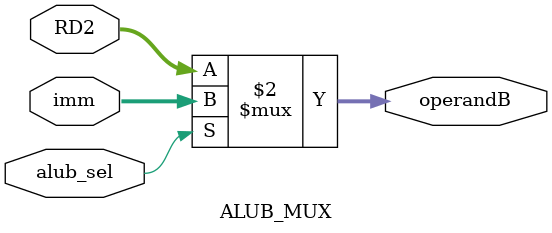
<source format=v>



module ALUB_MUX(
    input alub_sel,
    input [31:0] RD2,
    input [31:0] imm,
    output [31:0] operandB
    );

    assign operandB = (alub_sel == 1) ? imm : RD2;
    
endmodule

</source>
